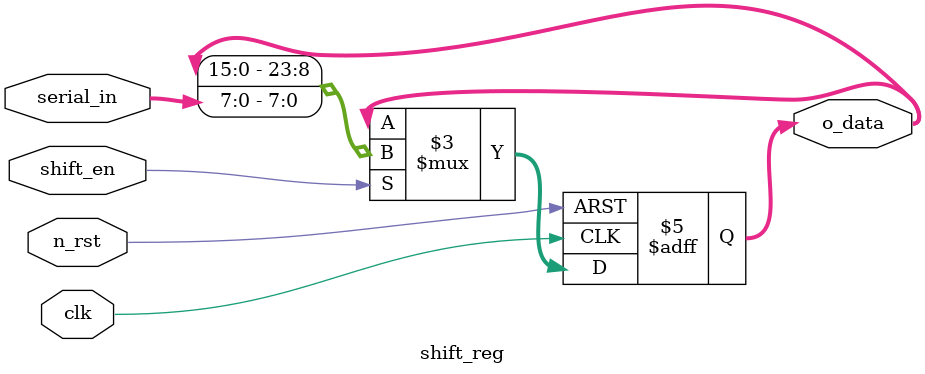
<source format=sv>
`timescale 1ns / 1ps


module shift_reg #(parameter WIDTH=24) (
    input logic clk, n_rst, 
    input logic shift_en, 
    input logic [7:0] serial_in,
    output logic [WIDTH-1:0] o_data
    );
    
    always_ff @(posedge clk, negedge n_rst) begin
        if (~n_rst) begin
            o_data <= '0; 
        end
        else begin
            if (shift_en) begin
                o_data <= {o_data[WIDTH-9:0], serial_in};
            end
        end
    end
    
endmodule

</source>
